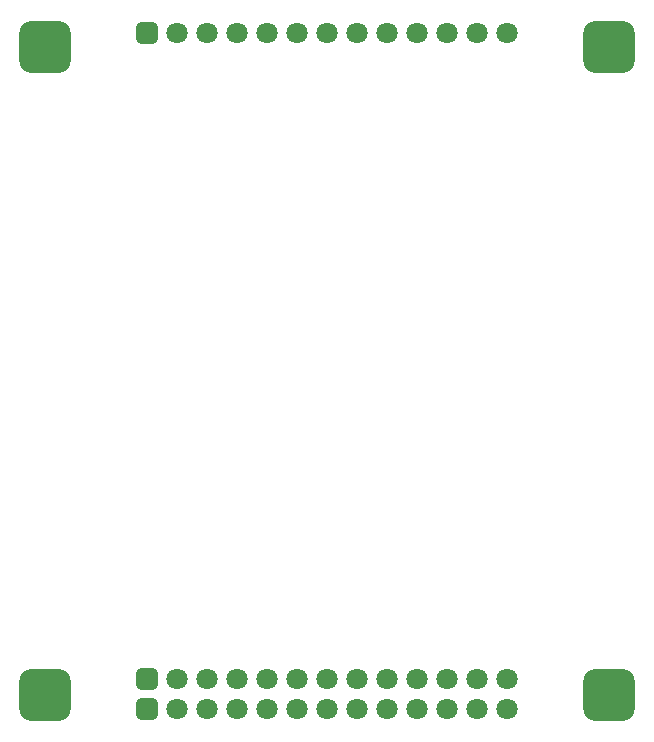
<source format=gtl>
G04*
G04 #@! TF.GenerationSoftware,Altium Limited,Altium Designer,22.3.1 (43)*
G04*
G04 Layer_Physical_Order=1*
G04 Layer_Color=255*
%FSLAX25Y25*%
%MOIN*%
G70*
G04*
G04 #@! TF.SameCoordinates,566B9F24-299B-4401-B20D-5A4742CE3083*
G04*
G04*
G04 #@! TF.FilePolarity,Positive*
G04*
G01*
G75*
%ADD16C,0.07087*%
G04:AMPARAMS|DCode=17|XSize=70.87mil|YSize=70.87mil|CornerRadius=14.17mil|HoleSize=0mil|Usage=FLASHONLY|Rotation=0.000|XOffset=0mil|YOffset=0mil|HoleType=Round|Shape=RoundedRectangle|*
%AMROUNDEDRECTD17*
21,1,0.07087,0.04252,0,0,0.0*
21,1,0.04252,0.07087,0,0,0.0*
1,1,0.02835,0.02126,-0.02126*
1,1,0.02835,-0.02126,-0.02126*
1,1,0.02835,-0.02126,0.02126*
1,1,0.02835,0.02126,0.02126*
%
%ADD17ROUNDEDRECTD17*%
G04:AMPARAMS|DCode=18|XSize=173.23mil|YSize=173.23mil|CornerRadius=43.31mil|HoleSize=0mil|Usage=FLASHONLY|Rotation=0.000|XOffset=0mil|YOffset=0mil|HoleType=Round|Shape=RoundedRectangle|*
%AMROUNDEDRECTD18*
21,1,0.17323,0.08661,0,0,0.0*
21,1,0.08661,0.17323,0,0,0.0*
1,1,0.08661,0.04331,-0.04331*
1,1,0.08661,-0.04331,-0.04331*
1,1,0.08661,-0.04331,0.04331*
1,1,0.08661,0.04331,0.04331*
%
%ADD18ROUNDEDRECTD18*%
D16*
X154007Y220807D02*
D03*
X84007D02*
D03*
X114007Y220807D02*
D03*
X74007Y220807D02*
D03*
X64007Y220807D02*
D03*
X104007Y220807D02*
D03*
X94007D02*
D03*
X144007D02*
D03*
X134007D02*
D03*
X124007Y220807D02*
D03*
X44007Y220807D02*
D03*
X54007D02*
D03*
X54008Y-4705D02*
D03*
X44008Y-4705D02*
D03*
X124008D02*
D03*
X134008Y-4705D02*
D03*
X144008Y-4705D02*
D03*
X94008Y-4705D02*
D03*
X104008Y-4705D02*
D03*
X64008D02*
D03*
X74008Y-4705D02*
D03*
X114008D02*
D03*
X84008Y-4705D02*
D03*
X154008Y-4705D02*
D03*
X54008Y5295D02*
D03*
X44008Y5295D02*
D03*
X124008D02*
D03*
X134008Y5295D02*
D03*
X144008Y5295D02*
D03*
X94008D02*
D03*
X104008Y5295D02*
D03*
X64008Y5295D02*
D03*
X74008D02*
D03*
X114008D02*
D03*
X84008Y5295D02*
D03*
X154008Y5295D02*
D03*
D17*
X34007Y220807D02*
D03*
X34008Y-4705D02*
D03*
X34008Y5295D02*
D03*
D18*
X0Y0D02*
D03*
Y216110D02*
D03*
X188236D02*
D03*
Y0D02*
D03*
M02*

</source>
